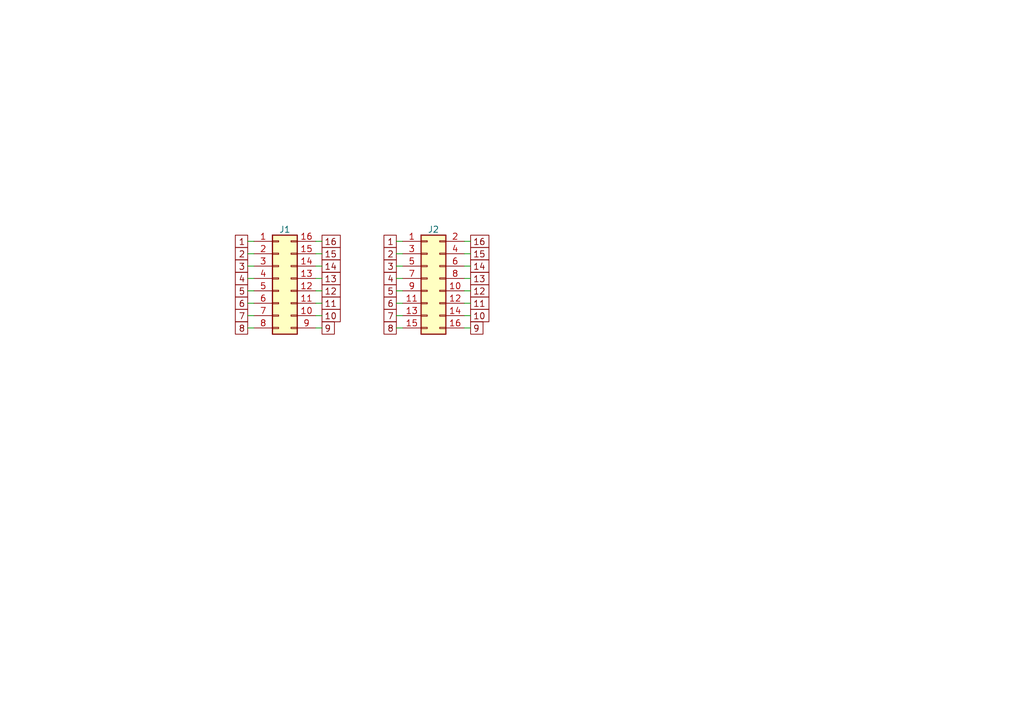
<source format=kicad_sch>
(kicad_sch (version 20211123) (generator eeschema)
  (paper "A5")
  (lib_symbols
    (symbol "Connector_Generic:Conn_02x08_Counter_Clockwise" (pin_names (offset 1.016) hide)
      (property "Reference" "J" (at 1.27 10.16 0))
      (property "Value" "Conn_02x08_Counter_Clockwise" (at 1.27 -12.7 0))
      (symbol "Conn_02x08_Counter_Clockwise_1_1"
        (rectangle (start -1.27 -10.033) (end 0 -10.287) (stroke (width 0.1524)))
        (rectangle (start -1.27 -7.493) (end 0 -7.747) (stroke (width 0.1524)))
        (rectangle (start -1.27 -4.953) (end 0 -5.207) (stroke (width 0.1524)))
        (rectangle (start -1.27 -2.413) (end 0 -2.667) (stroke (width 0.1524)))
        (rectangle (start -1.27 0.127) (end 0 -0.127) (stroke (width 0.1524)))
        (rectangle (start -1.27 2.667) (end 0 2.413) (stroke (width 0.1524)))
        (rectangle (start -1.27 5.207) (end 0 4.953) (stroke (width 0.1524)))
        (rectangle (start -1.27 7.747) (end 0 7.493) (stroke (width 0.1524)))
        (rectangle (start -1.27 8.89) (end 3.81 -11.43) (stroke (width 0.254)) (fill (type background)))
        (rectangle (start 3.81 -10.033) (end 2.54 -10.287) (stroke (width 0.1524)))
        (rectangle (start 3.81 -7.493) (end 2.54 -7.747) (stroke (width 0.1524)))
        (rectangle (start 3.81 -4.953) (end 2.54 -5.207) (stroke (width 0.1524)))
        (rectangle (start 3.81 -2.413) (end 2.54 -2.667) (stroke (width 0.1524)))
        (rectangle (start 3.81 0.127) (end 2.54 -0.127) (stroke (width 0.1524)))
        (rectangle (start 3.81 2.667) (end 2.54 2.413) (stroke (width 0.1524)))
        (rectangle (start 3.81 5.207) (end 2.54 4.953) (stroke (width 0.1524)))
        (rectangle (start 3.81 7.747) (end 2.54 7.493) (stroke (width 0.1524)))
        (pin passive line (at -5.08 7.62 0) (length 3.81) (name "Pin_1") (number "1"))
        (pin passive line (at 7.62 -7.62 180) (length 3.81) (name "Pin_10") (number "10"))
        (pin passive line (at 7.62 -5.08 180) (length 3.81) (name "Pin_11") (number "11"))
        (pin passive line (at 7.62 -2.54 180) (length 3.81) (name "Pin_12") (number "12"))
        (pin passive line (at 7.62 0 180) (length 3.81) (name "Pin_13") (number "13"))
        (pin passive line (at 7.62 2.54 180) (length 3.81) (name "Pin_14") (number "14"))
        (pin passive line (at 7.62 5.08 180) (length 3.81) (name "Pin_15") (number "15"))
        (pin passive line (at 7.62 7.62 180) (length 3.81) (name "Pin_16") (number "16"))
        (pin passive line (at -5.08 5.08 0) (length 3.81) (name "Pin_2") (number "2"))
        (pin passive line (at -5.08 2.54 0) (length 3.81) (name "Pin_3") (number "3"))
        (pin passive line (at -5.08 0 0) (length 3.81) (name "Pin_4") (number "4"))
        (pin passive line (at -5.08 -2.54 0) (length 3.81) (name "Pin_5") (number "5"))
        (pin passive line (at -5.08 -5.08 0) (length 3.81) (name "Pin_6") (number "6"))
        (pin passive line (at -5.08 -7.62 0) (length 3.81) (name "Pin_7") (number "7"))
        (pin passive line (at -5.08 -10.16 0) (length 3.81) (name "Pin_8") (number "8"))
        (pin passive line (at 7.62 -10.16 180) (length 3.81) (name "Pin_9") (number "9"))
      )
    )
    (symbol "Connector_Generic:Conn_02x08_Odd_Even" (pin_names (offset 1.016) hide)
      (property "Reference" "J" (at 1.27 10.16 0))
      (property "Value" "Conn_02x08_Odd_Even" (at 1.27 -12.7 0))
      (symbol "Conn_02x08_Odd_Even_1_1"
        (rectangle (start -1.27 -10.033) (end 0 -10.287) (stroke (width 0.1524)))
        (rectangle (start -1.27 -7.493) (end 0 -7.747) (stroke (width 0.1524)))
        (rectangle (start -1.27 -4.953) (end 0 -5.207) (stroke (width 0.1524)))
        (rectangle (start -1.27 -2.413) (end 0 -2.667) (stroke (width 0.1524)))
        (rectangle (start -1.27 0.127) (end 0 -0.127) (stroke (width 0.1524)))
        (rectangle (start -1.27 2.667) (end 0 2.413) (stroke (width 0.1524)))
        (rectangle (start -1.27 5.207) (end 0 4.953) (stroke (width 0.1524)))
        (rectangle (start -1.27 7.747) (end 0 7.493) (stroke (width 0.1524)))
        (rectangle (start -1.27 8.89) (end 3.81 -11.43) (stroke (width 0.254)) (fill (type background)))
        (rectangle (start 3.81 -10.033) (end 2.54 -10.287) (stroke (width 0.1524)))
        (rectangle (start 3.81 -7.493) (end 2.54 -7.747) (stroke (width 0.1524)))
        (rectangle (start 3.81 -4.953) (end 2.54 -5.207) (stroke (width 0.1524)))
        (rectangle (start 3.81 -2.413) (end 2.54 -2.667) (stroke (width 0.1524)))
        (rectangle (start 3.81 0.127) (end 2.54 -0.127) (stroke (width 0.1524)))
        (rectangle (start 3.81 2.667) (end 2.54 2.413) (stroke (width 0.1524)))
        (rectangle (start 3.81 5.207) (end 2.54 4.953) (stroke (width 0.1524)))
        (rectangle (start 3.81 7.747) (end 2.54 7.493) (stroke (width 0.1524)))
        (pin passive line (at -5.08 7.62 0) (length 3.81) (name "Pin_1") (number "1"))
        (pin passive line (at 7.62 -2.54 180) (length 3.81) (name "Pin_10") (number "10"))
        (pin passive line (at -5.08 -5.08 0) (length 3.81) (name "Pin_11") (number "11"))
        (pin passive line (at 7.62 -5.08 180) (length 3.81) (name "Pin_12") (number "12"))
        (pin passive line (at -5.08 -7.62 0) (length 3.81) (name "Pin_13") (number "13"))
        (pin passive line (at 7.62 -7.62 180) (length 3.81) (name "Pin_14") (number "14"))
        (pin passive line (at -5.08 -10.16 0) (length 3.81) (name "Pin_15") (number "15"))
        (pin passive line (at 7.62 -10.16 180) (length 3.81) (name "Pin_16") (number "16"))
        (pin passive line (at 7.62 7.62 180) (length 3.81) (name "Pin_2") (number "2"))
        (pin passive line (at -5.08 5.08 0) (length 3.81) (name "Pin_3") (number "3"))
        (pin passive line (at 7.62 5.08 180) (length 3.81) (name "Pin_4") (number "4"))
        (pin passive line (at -5.08 2.54 0) (length 3.81) (name "Pin_5") (number "5"))
        (pin passive line (at 7.62 2.54 180) (length 3.81) (name "Pin_6") (number "6"))
        (pin passive line (at -5.08 0 0) (length 3.81) (name "Pin_7") (number "7"))
        (pin passive line (at 7.62 0 180) (length 3.81) (name "Pin_8") (number "8"))
        (pin passive line (at -5.08 -2.54 0) (length 3.81) (name "Pin_9") (number "9"))
      )
    )
  )
  (wire (pts (xy 96.52 62.23) (xy 95.25 62.23)))
  (wire (pts (xy 66.04 62.23) (xy 64.77 62.23)))
  (wire (pts (xy 66.04 57.15) (xy 64.77 57.15)))
  (wire (pts (xy 96.52 49.53) (xy 95.25 49.53)))
  (wire (pts (xy 81.28 57.15) (xy 82.55 57.15)))
  (wire (pts (xy 96.52 54.61) (xy 95.25 54.61)))
  (wire (pts (xy 50.8 59.69) (xy 52.07 59.69)))
  (wire (pts (xy 50.8 62.23) (xy 52.07 62.23)))
  (wire (pts (xy 81.28 64.77) (xy 82.55 64.77)))
  (wire (pts (xy 96.52 52.07) (xy 95.25 52.07)))
  (wire (pts (xy 66.04 67.31) (xy 64.77 67.31)))
  (wire (pts (xy 50.8 49.53) (xy 52.07 49.53)))
  (wire (pts (xy 81.28 67.31) (xy 82.55 67.31)))
  (wire (pts (xy 81.28 52.07) (xy 82.55 52.07)))
  (wire (pts (xy 96.52 57.15) (xy 95.25 57.15)))
  (wire (pts (xy 66.04 59.69) (xy 64.77 59.69)))
  (wire (pts (xy 81.28 54.61) (xy 82.55 54.61)))
  (wire (pts (xy 96.52 67.31) (xy 95.25 67.31)))
  (wire (pts (xy 96.52 59.69) (xy 95.25 59.69)))
  (wire (pts (xy 50.8 67.31) (xy 52.07 67.31)))
  (wire (pts (xy 66.04 49.53) (xy 64.77 49.53)))
  (wire (pts (xy 50.8 57.15) (xy 52.07 57.15)))
  (wire (pts (xy 81.28 62.23) (xy 82.55 62.23)))
  (wire (pts (xy 50.8 52.07) (xy 52.07 52.07)))
  (wire (pts (xy 96.52 64.77) (xy 95.25 64.77)))
  (wire (pts (xy 50.8 64.77) (xy 52.07 64.77)))
  (wire (pts (xy 81.28 49.53) (xy 82.55 49.53)))
  (wire (pts (xy 81.28 59.69) (xy 82.55 59.69)))
  (wire (pts (xy 66.04 64.77) (xy 64.77 64.77)))
  (wire (pts (xy 66.04 54.61) (xy 64.77 54.61)))
  (wire (pts (xy 66.04 52.07) (xy 64.77 52.07)))
  (wire (pts (xy 50.8 54.61) (xy 52.07 54.61)))
  (global_label "15" (shape passive) (at 96.52 52.07 0) (property "Intersheet References" "${INTERSHEET_REFS}" (effects hide)))
  (global_label "7" (shape passive) (at 50.8 64.77 180) (property "Intersheet References" "${INTERSHEET_REFS}" (effects hide)))
  (global_label "9" (shape passive) (at 66.04 67.31 0) (property "Intersheet References" "${INTERSHEET_REFS}" (effects hide)))
  (global_label "11" (shape passive) (at 96.52 62.23 0) (property "Intersheet References" "${INTERSHEET_REFS}" (effects hide)))
  (global_label "8" (shape passive) (at 81.28 67.31 180) (property "Intersheet References" "${INTERSHEET_REFS}" (effects hide)))
  (global_label "2" (shape passive) (at 81.28 52.07 180) (property "Intersheet References" "${INTERSHEET_REFS}" (effects hide)))
  (global_label "5" (shape passive) (at 81.28 59.69 180) (property "Intersheet References" "${INTERSHEET_REFS}" (effects hide)))
  (global_label "3" (shape passive) (at 81.28 54.61 180) (property "Intersheet References" "${INTERSHEET_REFS}" (effects hide)))
  (global_label "8" (shape passive) (at 50.8 67.31 180) (property "Intersheet References" "${INTERSHEET_REFS}" (effects hide)))
  (global_label "10" (shape passive) (at 96.52 64.77 0) (property "Intersheet References" "${INTERSHEET_REFS}" (effects hide)))
  (global_label "13" (shape passive) (at 96.52 57.15 0) (property "Intersheet References" "${INTERSHEET_REFS}" (effects hide)))
  (global_label "14" (shape passive) (at 66.04 54.61 0) (property "Intersheet References" "${INTERSHEET_REFS}" (effects hide)))
  (global_label "6" (shape passive) (at 50.8 62.23 180) (property "Intersheet References" "${INTERSHEET_REFS}" (effects hide)))
  (global_label "11" (shape passive) (at 66.04 62.23 0) (property "Intersheet References" "${INTERSHEET_REFS}" (effects hide)))
  (global_label "13" (shape passive) (at 66.04 57.15 0) (property "Intersheet References" "${INTERSHEET_REFS}" (effects hide)))
  (global_label "16" (shape passive) (at 66.04 49.53 0) (property "Intersheet References" "${INTERSHEET_REFS}" (effects hide)))
  (global_label "12" (shape passive) (at 96.52 59.69 0) (property "Intersheet References" "${INTERSHEET_REFS}" (effects hide)))
  (global_label "12" (shape passive) (at 66.04 59.69 0) (property "Intersheet References" "${INTERSHEET_REFS}" (effects hide)))
  (global_label "4" (shape passive) (at 81.28 57.15 180) (property "Intersheet References" "${INTERSHEET_REFS}" (effects hide)))
  (global_label "9" (shape passive) (at 96.52 67.31 0) (property "Intersheet References" "${INTERSHEET_REFS}" (effects hide)))
  (global_label "16" (shape passive) (at 96.52 49.53 0) (property "Intersheet References" "${INTERSHEET_REFS}" (effects hide)))
  (global_label "3" (shape passive) (at 50.8 54.61 180) (property "Intersheet References" "${INTERSHEET_REFS}" (effects hide)))
  (global_label "6" (shape passive) (at 81.28 62.23 180) (property "Intersheet References" "${INTERSHEET_REFS}" (effects hide)))
  (global_label "5" (shape passive) (at 50.8 59.69 180) (property "Intersheet References" "${INTERSHEET_REFS}" (effects hide)))
  (global_label "10" (shape passive) (at 66.04 64.77 0) (property "Intersheet References" "${INTERSHEET_REFS}" (effects hide)))
  (global_label "7" (shape passive) (at 81.28 64.77 180) (property "Intersheet References" "${INTERSHEET_REFS}" (effects hide)))
  (global_label "1" (shape passive) (at 81.28 49.53 180) (property "Intersheet References" "${INTERSHEET_REFS}" (effects hide)))
  (global_label "14" (shape passive) (at 96.52 54.61 0) (property "Intersheet References" "${INTERSHEET_REFS}" (effects hide)))
  (global_label "2" (shape passive) (at 50.8 52.07 180) (property "Intersheet References" "${INTERSHEET_REFS}" (effects hide)))
  (global_label "1" (shape passive) (at 50.8 49.53 180) (property "Intersheet References" "${INTERSHEET_REFS}" (effects hide)))
  (global_label "4" (shape passive) (at 50.8 57.15 180) (property "Intersheet References" "${INTERSHEET_REFS}" (effects hide)))
  (global_label "15" (shape passive) (at 66.04 52.07 0) (property "Intersheet References" "${INTERSHEET_REFS}" (effects hide)))
  (symbol (lib_id "Connector_Generic:Conn_02x08_Odd_Even") (at 87.63 57.15 0) (unit 1)
    (property "Reference" "J2" (at 88.9 47.0972 0))
    (property "Value" "Conn_02x08_Odd_Even" (effects hide))
    (property "Footprint" "Connector_PinHeader_2.54mm:PinHeader_2x08_P2.54mm_Vertical" (effects hide))
  )
  (symbol (lib_id "Connector_Generic:Conn_02x08_Counter_Clockwise") (at 57.15 57.15 0) (unit 1)
    (property "Reference" "J1" (at 58.42 47.0972 0))
    (property "Value" "Conn_02x08_Counter_Clockwise" (effects hide))
    (property "Footprint" "Package_DIP:DIP-16_W7.62mm_Socket_LongPads" (effects hide))
  )
)
</source>
